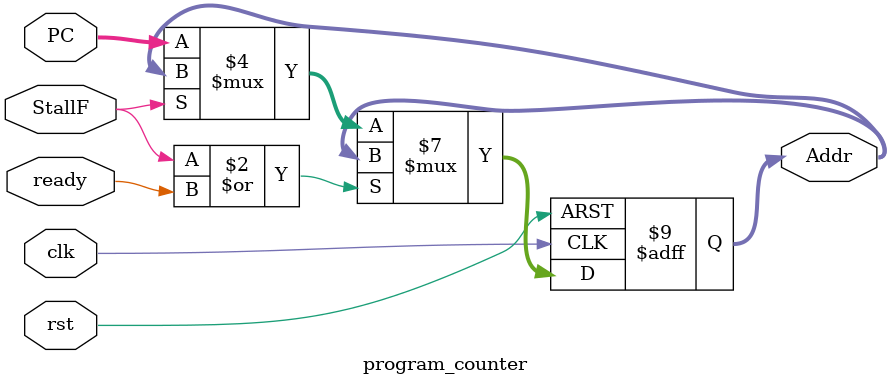
<source format=sv>
module program_counter (
	input  logic clk,rst,StallF,ready,
	input  logic [31:0] PC,
	output logic [31:0] Addr
);

	always_ff @( posedge clk or posedge rst ) begin
	 if (rst) 
	   		Addr <= 32'd0;
	 else if ( StallF | ready)
			Addr <= Addr;
	 else if ( ~ StallF )
			Addr <= PC;
	end	
endmodule

</source>
